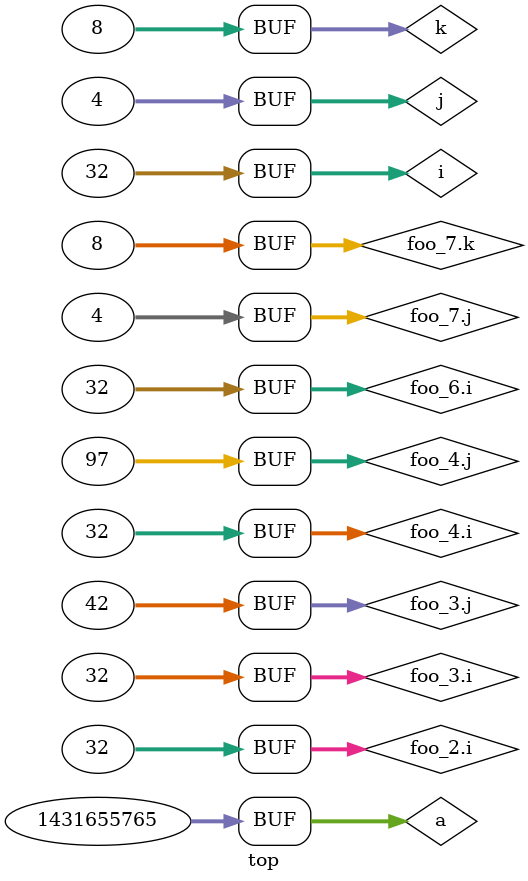
<source format=v>
module top;

    wire [0:31] a;
    generate
        genvar n;
        for (n = 0; n < 32; n = n + 1) begin : gen_filter
            assign a[n] = n & 1;
        end
    endgenerate

    integer i;
    initial begin : foo_1
        for (i = 0; i < 32; i = i + 1)
            $display("1: ", a[i]);
    end

    initial begin : foo_2
        integer i;
        for (i = 0; i < 32; i = i + 1)
            $display("2: ", ~a[i]);
    end

    initial begin : foo_3
        integer i;
        integer j;
        j = 42;
        for (i = 0; i < 32; i = i + 1)
            $display("3: ", ~a[i] + 5, " j=", j);
    end

    initial begin : foo_4
        integer i, j;
        j = 97;
        for (i = 0; i < 32; i = i + 1)
            $display("4: ", ~a[i] + 10, " j=", j);
    end

    integer j, k;
    initial begin
        for (j = 0; j < 4; j++)
            for (k = 0; k < 8; k++)
                $display("5: ", ~a[j * 8 + k] + 11);
    end

    initial begin : foo_6
        integer i;
        for (i = 0; i < 32; i = i + 1)
            $display("6: ", ~a[i]);
    end

    initial begin : foo_7
        integer j, k;
        for (j = 0; j < 4; j++)
            for (k = 0; k < 8; k++)
                $display("7: ", ~a[j * 8 + k] + 11);
    end

endmodule

</source>
